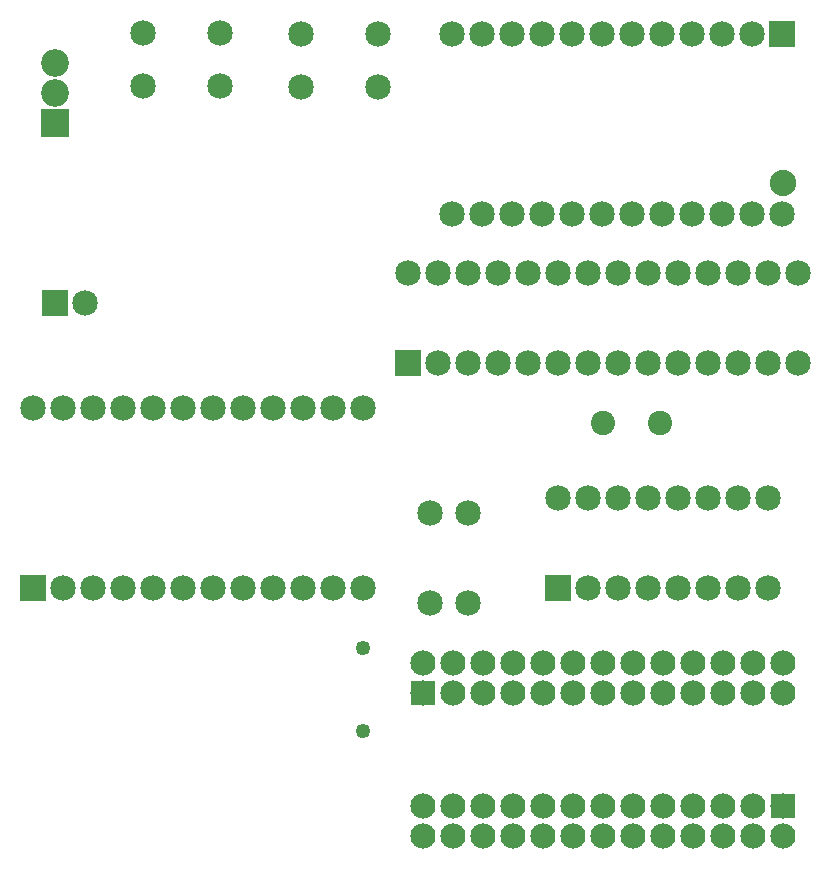
<source format=gbs>
G04 MADE WITH FRITZING*
G04 WWW.FRITZING.ORG*
G04 DOUBLE SIDED*
G04 HOLES PLATED*
G04 CONTOUR ON CENTER OF CONTOUR VECTOR*
%ASAXBY*%
%FSLAX23Y23*%
%MOIN*%
%OFA0B0*%
%SFA1.0B1.0*%
%ADD10C,0.085000*%
%ADD11C,0.049370*%
%ADD12C,0.084000*%
%ADD13C,0.092000*%
%ADD14C,0.080925*%
%ADD15C,0.080866*%
%ADD16C,0.088000*%
%ADD17R,0.085000X0.085000*%
%ADD18R,0.084000X0.084000*%
%ADD19R,0.092000X0.092000*%
%LNMASK0*%
G90*
G70*
G54D10*
X223Y1961D03*
X323Y1961D03*
G54D11*
X1248Y536D03*
X1248Y811D03*
G54D12*
X2648Y186D03*
X2548Y186D03*
X2448Y186D03*
X2348Y186D03*
X2248Y186D03*
X2148Y186D03*
X2048Y186D03*
X1948Y186D03*
X1848Y186D03*
X1748Y186D03*
X1648Y186D03*
X1548Y186D03*
X1448Y186D03*
X2648Y286D03*
X2548Y286D03*
X2448Y286D03*
X2348Y286D03*
X2248Y286D03*
X2148Y286D03*
X2048Y286D03*
X1948Y286D03*
X1848Y286D03*
X1748Y286D03*
X1648Y286D03*
X1548Y286D03*
X1448Y286D03*
X1448Y761D03*
X1548Y761D03*
X1648Y761D03*
X1748Y761D03*
X1848Y761D03*
X1948Y761D03*
X2048Y761D03*
X2148Y761D03*
X2248Y761D03*
X2348Y761D03*
X2448Y761D03*
X2548Y761D03*
X2648Y761D03*
X1448Y661D03*
X1548Y661D03*
X1648Y661D03*
X1748Y661D03*
X1848Y661D03*
X1948Y661D03*
X2048Y661D03*
X2148Y661D03*
X2248Y661D03*
X2348Y661D03*
X2448Y661D03*
X2548Y661D03*
X2648Y661D03*
G54D10*
X1398Y1761D03*
X1398Y2061D03*
X1498Y1761D03*
X1498Y2061D03*
X1598Y1761D03*
X1598Y2061D03*
X1698Y1761D03*
X1698Y2061D03*
X1798Y1761D03*
X1798Y2061D03*
X1898Y1761D03*
X1898Y2061D03*
X1998Y1761D03*
X1998Y2061D03*
X2098Y1761D03*
X2098Y2061D03*
X2198Y1761D03*
X2198Y2061D03*
X2298Y1761D03*
X2298Y2061D03*
X2398Y1761D03*
X2398Y2061D03*
X2498Y1761D03*
X2498Y2061D03*
X2598Y1761D03*
X2598Y2061D03*
X2698Y1761D03*
X2698Y2061D03*
X2646Y2859D03*
X2646Y2259D03*
X2546Y2859D03*
X2546Y2259D03*
X2446Y2859D03*
X2446Y2259D03*
X2346Y2859D03*
X2346Y2259D03*
X2246Y2859D03*
X2246Y2259D03*
X2146Y2859D03*
X2146Y2259D03*
X2046Y2859D03*
X2046Y2259D03*
X1946Y2859D03*
X1946Y2259D03*
X1846Y2859D03*
X1846Y2259D03*
X1746Y2859D03*
X1746Y2259D03*
X1646Y2859D03*
X1646Y2259D03*
X1546Y2859D03*
X1546Y2259D03*
X148Y1011D03*
X148Y1611D03*
X248Y1011D03*
X248Y1611D03*
X348Y1011D03*
X348Y1611D03*
X448Y1011D03*
X448Y1611D03*
X548Y1011D03*
X548Y1611D03*
X648Y1011D03*
X648Y1611D03*
X748Y1011D03*
X748Y1611D03*
X848Y1011D03*
X848Y1611D03*
X948Y1011D03*
X948Y1611D03*
X1048Y1011D03*
X1048Y1611D03*
X1148Y1011D03*
X1148Y1611D03*
X1248Y1011D03*
X1248Y1611D03*
G54D13*
X223Y2561D03*
X223Y2661D03*
X223Y2761D03*
G54D14*
X2241Y1561D03*
G54D15*
X2048Y1561D03*
G54D10*
X1898Y1011D03*
X1898Y1311D03*
X1998Y1011D03*
X1998Y1311D03*
X2098Y1011D03*
X2098Y1311D03*
X2198Y1011D03*
X2198Y1311D03*
X2298Y1011D03*
X2298Y1311D03*
X2398Y1011D03*
X2398Y1311D03*
X2498Y1011D03*
X2498Y1311D03*
X2598Y1011D03*
X2598Y1311D03*
X773Y2684D03*
X517Y2684D03*
X773Y2861D03*
X517Y2861D03*
X1298Y2682D03*
X1042Y2682D03*
X1298Y2859D03*
X1042Y2859D03*
X1598Y961D03*
X1598Y1261D03*
X1473Y961D03*
X1473Y1261D03*
G54D16*
X2648Y2361D03*
G54D17*
X223Y1961D03*
G54D18*
X2648Y286D03*
X1448Y661D03*
G54D17*
X1398Y1761D03*
X2646Y2859D03*
X148Y1011D03*
G54D19*
X223Y2561D03*
G54D17*
X1898Y1011D03*
G04 End of Mask0*
M02*
</source>
